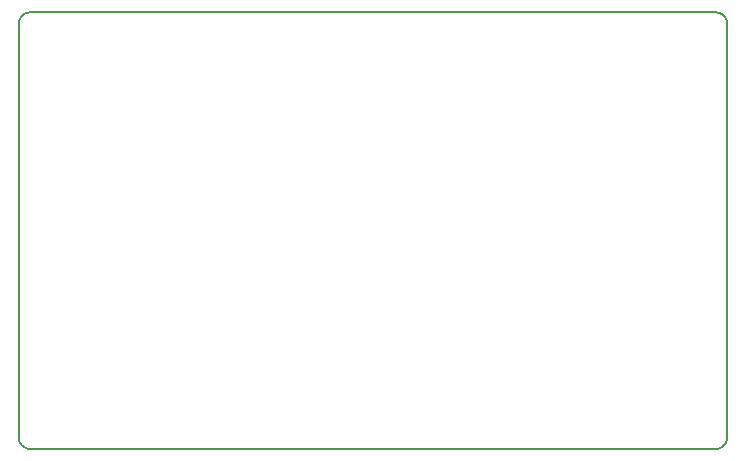
<source format=gm1>
G04 #@! TF.FileFunction,Profile,NP*
%FSLAX46Y46*%
G04 Gerber Fmt 4.6, Leading zero omitted, Abs format (unit mm)*
G04 Created by KiCad (PCBNEW 4.0.6) date 08/06/17 17:06:55*
%MOMM*%
%LPD*%
G01*
G04 APERTURE LIST*
%ADD10C,0.100000*%
%ADD11C,0.150000*%
G04 APERTURE END LIST*
D10*
D11*
X176000000Y-111000000D02*
X176000000Y-112000000D01*
X175000000Y-113000000D02*
G75*
G03X176000000Y-112000000I0J1000000D01*
G01*
X174000000Y-113000000D02*
X175000000Y-113000000D01*
X117000000Y-113000000D02*
X118000000Y-113000000D01*
X116000000Y-111000000D02*
X116000000Y-112000000D01*
X116000000Y-112000000D02*
G75*
G03X117000000Y-113000000I1000000J0D01*
G01*
X116000000Y-78000000D02*
X116000000Y-77000000D01*
X118000000Y-76000000D02*
X117000000Y-76000000D01*
X117000000Y-76000000D02*
G75*
G03X116000000Y-77000000I0J-1000000D01*
G01*
X176000000Y-77000000D02*
X176000000Y-78000000D01*
X174000000Y-76000000D02*
X175000000Y-76000000D01*
X176000000Y-77000000D02*
G75*
G03X175000000Y-76000000I-1000000J0D01*
G01*
X116000000Y-111000000D02*
X116000000Y-78000000D01*
X174000000Y-113000000D02*
X118000000Y-113000000D01*
X176000000Y-78000000D02*
X176000000Y-111000000D01*
X118000000Y-76000000D02*
X174000000Y-76000000D01*
M02*

</source>
